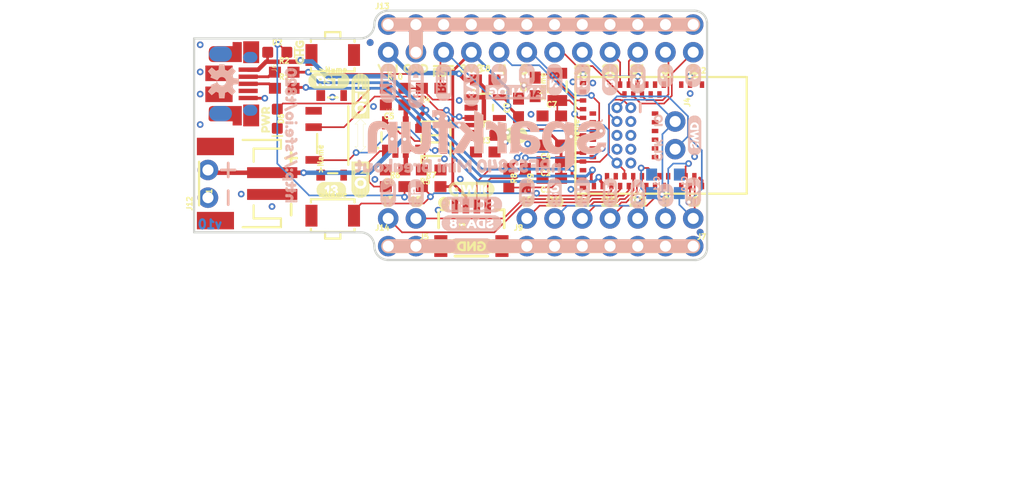
<source format=kicad_pcb>
(kicad_pcb (version 20211014) (generator pcbnew)
  (layers (0 "F.Cu" signal) (31 "B.Cu" signal) (34 "B.Paste" user) (35 "F.Paste" user) (36 "B.SilkS" user "B.Silkscreen") (37 "F.SilkS" user "F.Silkscreen") (38 "B.Mask" user) (39 "F.Mask" user) (44 "Edge.Cuts" user))
  (net 0 "")
  (net 1 "GND")
  (net 2 "D-_CON")
  (net 3 "D+_CON")
  (net 4 "V_USB")
  (net 5 "3.3V")
  (net 6 "N$10")
  (net 7 "SHIELD")
  (net 8 "D-")
  (net 9 "D+")
  (net 10 "SWDCLK")
  (net 11 "SWDIO")
  (net 12 "~{RESET}")
  (net 13 "XL1")
  (net 14 "XL2")
  (net 15 "N$7")
  (net 16 "P0.02/AIN0")
  (net 17 "P0.04/AIN2")
  (net 18 "P0.05/AIN3")
  (net 19 "P0.28/AIN4")
  (net 20 "P0.29/AIN5")
  (net 21 "P0.30/AIN6")
  (net 22 "P0.31/AIN7")
  (net 23 "P0.09/NFC1")
  (net 24 "P0.10/NFC2")
  (net 25 "P0.13")
  (net 26 "P0.15")
  (net 27 "P0.17")
  (net 28 "P0.19")
  (net 29 "P0.20")
  (net 30 "P0.21")
  (net 31 "P0.22")
  (net 32 "P0.23")
  (net 33 "P0.06")
  (net 34 "P0.08")
  (net 35 "P0.03/AIN1")
  (net 36 "V_BATT")
  (net 37 "N$1")
  (net 38 "N$3")
  (net 39 "N$4")
  (net 40 "VIN")
  (net 41 "P0.11")
  (net 42 "VREG_EN")
  (net 43 "P0.07")
  (footprint "nrf52840-breakout-mdbt50q:GND17" (layer "F.Cu") (at 143.4973 98.8568)
    (fp_text reference "U$7" hide)
    (fp_text value "" hide)
  )
  (footprint "nrf52840-breakout-mdbt50q:SOD-323" (layer "F.Cu") (at 146.7231 104.3686 180)
    (fp_text reference "D3")
    (fp_text value "1A/23V/620mV")
  )
  (footprint "nrf52840-breakout-mdbt50q:40" (layer "F.Cu") (at 151.8031 98.9584)
    (fp_text reference "U$40" hide)
    (fp_text value "" hide)
  )
  (footprint "nrf52840-breakout-mdbt50q:0603" (layer "F.Cu") (at 156.2481 100.5586 90)
    (fp_text reference "C3")
    (fp_text value "15pF")
  )
  (footprint "nrf52840-breakout-mdbt50q:27" (layer "F.Cu") (at 169.3291 98.9584)
    (fp_text reference "U$31" hide)
    (fp_text value "" hide)
  )
  (footprint "nrf52840-breakout-mdbt50q:LED-0603" (layer "F.Cu") (at 132.6261 103.4796 -90)
    (fp_text reference "D6")
    (fp_text value "RED")
  )
  (footprint "nrf52840-breakout-mdbt50q:1X02_NO_SILK" (layer "F.Cu") (at 126.2761 110.7186 90)
    (fp_text reference "J12")
    (fp_text value "")
  )
  (footprint "nrf52840-breakout-mdbt50q:0603" (layer "F.Cu") (at 154.7241 102.489 90)
    (fp_text reference "C9")
    (fp_text value "1.0uF")
  )
  (footprint "nrf52840-breakout-mdbt50q:CRYSTAL-SMD-3.2X1.5MM" (layer "F.Cu") (at 158.2801 100.5586 90)
    (fp_text reference "Y1" hide)
    (fp_text value "32.768kHz" hide)
  )
  (footprint "nrf52840-breakout-mdbt50q:203" (layer "F.Cu") (at 156.3751 111.0488)
    (fp_text reference "U$47" hide)
    (fp_text value "" hide)
  )
  (footprint "nrf52840-breakout-mdbt50q:130" (layer "F.Cu") (at 136.1567 110.0074)
    (fp_text reference "U$2" hide)
    (fp_text value "" hide)
  )
  (footprint "nrf52840-breakout-mdbt50q:TACTILE_SWITCH_SMD_RIGHT_ANGLE" (layer "F.Cu") (at 137.7061 112.3696)
    (fp_text reference "S3" hide)
    (fp_text value "BOOTLOAD" hide)
  )
  (footprint "nrf52840-breakout-mdbt50q:36" (layer "F.Cu") (at 166.7891 98.9584)
    (fp_text reference "U$32" hide)
    (fp_text value "" hide)
  )
  (footprint "nrf52840-breakout-mdbt50q:0603" (layer "F.Cu") (at 143.4211 109.7026)
    (fp_text reference "R6")
    (fp_text value "1k")
  )
  (footprint "nrf52840-breakout-mdbt50q:97" (layer "F.Cu") (at 166.9923 111.0488)
    (fp_text reference "U$41" hide)
    (fp_text value "" hide)
  )
  (footprint "nrf52840-breakout-mdbt50q:1X07_NO_SILK" (layer "F.Cu") (at 155.4861 115.1636)
    (fp_text reference "J9")
    (fp_text value "")
  )
  (footprint "nrf52840-breakout-mdbt50q:151" (layer "F.Cu") (at 143.7005 111.0488)
    (fp_text reference "U$49" hide)
    (fp_text value "" hide)
  )
  (footprint "nrf52840-breakout-mdbt50q:1X02_NO_SILK" (layer "F.Cu") (at 169.0751 103.7336 -90)
    (fp_text reference "J4")
    (fp_text value "")
  )
  (footprint "nrf52840-breakout-mdbt50q:1X12_NO_SILK" (layer "F.Cu") (at 170.7261 97.3836 180)
    (fp_text reference "J2")
    (fp_text value "")
  )
  (footprint "nrf52840-breakout-mdbt50q:RST19" (layer "F.Cu") (at 146.1643 99.2378)
    (fp_text reference "U$3" hide)
    (fp_text value "" hide)
  )
  (footprint "nrf52840-breakout-mdbt50q:MDBT50Q" (layer "F.Cu") (at 167.8813 105.0036 -90)
    (fp_text reference "U1" hide)
    (fp_text value "MDBT50Q" hide)
  )
  (footprint "nrf52840-breakout-mdbt50q:214" (layer "F.Cu") (at 159.0421 111.0488)
    (fp_text reference "U$46" hide)
    (fp_text value "" hide)
  )
  (footprint "nrf52840-breakout-mdbt50q:70" (layer "F.Cu") (at 153.3271 105.0036)
    (fp_text reference "U$28" hide)
    (fp_text value "" hide)
  )
  (footprint "nrf52840-breakout-mdbt50q:JST-2-SMD" (layer "F.Cu") (at 128.4605 109.4232 90)
    (fp_text reference "J1")
    (fp_text value "")
  )
  (footprint "nrf52840-breakout-mdbt50q:SWITCH_SPST_SMD_A" (layer "F.Cu") (at 137.7061 105.0036 -90)
    (fp_text reference "S2" hide)
    (fp_text value "" hide)
  )
  (footprint "nrf52840-breakout-mdbt50q:0603" (layer "F.Cu") (at 157.7721 103.2256)
    (fp_text reference "C7")
    (fp_text value "15pF")
  )
  (footprint "nrf52840-breakout-mdbt50q:0603" (layer "F.Cu") (at 133.2611 99.2124)
    (fp_text reference "R2")
    (fp_text value "27")
  )
  (footprint "nrf52840-breakout-mdbt50q:315" (layer "F.Cu") (at 164.0205 98.9584)
    (fp_text reference "U$34" hide)
    (fp_text value "" hide)
  )
  (footprint "nrf52840-breakout-mdbt50q:ON1" (layer "F.Cu") (at 140.2461 110.8456 90)
    (fp_text reference "U$4" hide)
    (fp_text value "" hide)
  )
  (footprint "nrf52840-breakout-mdbt50q:USB-MICROB-PTH-MILL" (layer "F.Cu") (at 129.9591 100.2792 -90)
    (fp_text reference "J6")
    (fp_text value "")
  )
  (footprint "nrf52840-breakout-mdbt50q:LED-0603" (layer "F.Cu") (at 132.6261 97.3836)
    (fp_text reference "D2")
    (fp_text value "Yellow")
  )
  (footprint "nrf52840-breakout-mdbt50q:SOD-323" (layer "F.Cu") (at 146.7231 106.2736 180)
    (fp_text reference "D4")
    (fp_text value "1A/23V/620mV")
  )
  (footprint "nrf52840-breakout-mdbt50q:OFF2" (layer "F.Cu") (at 140.2461 103.9876 90)
    (fp_text reference "U$58" hide)
    (fp_text value "" hide)
  )
  (footprint "nrf52840-breakout-mdbt50q:0603" (layer "F.Cu") (at 151.6761 106.5276)
    (fp_text reference "R3")
    (fp_text value "1k")
  )
  (footprint "nrf52840-breakout-mdbt50q:PWR27" (layer "F.Cu") (at 131.5593 105.4608 90)
    (fp_text reference "U$6" hide)
    (fp_text value "" hide)
  )
  (footprint "nrf52840-breakout-mdbt50q:0603" (layer "F.Cu") (at 146.7231 109.7026)
    (fp_text reference "R7")
    (fp_text value "10k")
  )
  (footprint "nrf52840-breakout-mdbt50q:236" (layer "F.Cu") (at 163.9951 111.0488)
    (fp_text reference "U$42" hide)
    (fp_text value "" hide)
  )
  (footprint "nrf52840-breakout-mdbt50q:SOT23-5" (layer "F.Cu") (at 143.4465 105.156)
    (fp_text reference "U2")
    (fp_text value "MCP73831")
  )
  (footprint "nrf52840-breakout-mdbt50q:0603" (layer "F.Cu") (at 143.4211 108.1786 180)
    (fp_text reference "C6")
    (fp_text value "4.7uF")
  )
  (footprint "nrf52840-breakout-mdbt50q:0603" (layer "F.Cu") (at 143.4211 102.2096 180)
    (fp_text reference "C5")
    (fp_text value "4.7uF")
  )
  (footprint "nrf52840-breakout-mdbt50q:TACTILE_SWITCH_SMD_RIGHT_ANGLE" (layer "F.Cu") (at 137.7061 97.6376 180)
    (fp_text reference "S1" hide)
    (fp_text value "RESET" hide)
  )
  (footprint "nrf52840-breakout-mdbt50q:0603" (layer "F.Cu") (at 146.7231 100.6856 180)
    (fp_text reference "R4")
    (fp_text value "10k")
  )
  (footprint "nrf52840-breakout-mdbt50q:0603" (layer "F.Cu") (at 153.8351 108.9406 -90)
    (fp_text reference "R8")
    (fp_text value "2.2k")
  )
  (footprint "nrf52840-breakout-mdbt50q:108" (layer "F.Cu") (at 169.2021 111.0488)
    (fp_text reference "U$38" hide)
    (fp_text value "" hide)
  )
  (footprint "nrf52840-breakout-mdbt50q:RST1" (layer "F.Cu") (at 135.3693 99.9998)
    (fp_text reference "U$51" hide)
    (fp_text value "" hide)
  )
  (footprint "nrf52840-breakout-mdbt50q:1X07_NO_SILK" (layer "F.Cu") (at 170.7261 112.6236 180)
    (fp_text reference "J7")
    (fp_text value "")
  )
  (footprint "nrf52840-breakout-mdbt50q:192" (layer "F.Cu") (at 154.0129 111.0488)
    (fp_text reference "U$48" hide)
    (fp_text value "" hide)
  )
  (footprint "nrf52840-breakout-mdbt50q:FIDUCIAL-MICRO" (layer "F.Cu") (at 171.3611 113.8936)
    (fp_text reference "FD2" hide)
    (fp_text value "FIDUCIALUFIDUCIAL" hide)
  )
  (footprint "nrf52840-breakout-mdbt50q:0603" (layer "F.Cu") (at 151.6761 99.9236)
    (fp_text reference "C8")
    (fp_text value "1.0uF")
  )
  (footprint "nrf52840-breakout-mdbt50q:0603" (layer "F.Cu") (at 157.7721 105.8926 180)
    (fp_text reference "C4")
    (fp_text value "10uF")
  )
  (footprint "nrf52840-breakout-mdbt50q:CREATIVE_COMMONS" (layer "F.Cu") (at 127.5461 138.0236)
    (fp_text reference "FRAME1" hide)
    (fp_text value "FRAME-LETTER" hide)
  )
  (footprint "nrf52840-breakout-mdbt50q:0603" (layer "F.Cu") (at 146.7231 108.1786 180)
    (fp_text reference "R5")
    (fp_text value "2.0k")
  )
  (footprint "nrf52840-breakout-mdbt50q:1X02_NO_SILK" (layer "F.Cu") (at 145.3261 112.6236 180)
    (fp_text reference "J5")
    (fp_text value "")
  )
  (footprint "nrf52840-breakout-mdbt50q:0603" (layer "F.Cu") (at 155.3591 108.9406 -90)
    (fp_text reference "R9")
    (fp_text value "2.2k")
  )
  (footprint "nrf52840-breakout-mdbt50q:QWIIC#LOGO#JPG" (layer "F.Cu") (at 150.4031 109.9336)
    (fp_text reference "U$8" hide)
    (fp_text value "" hide)
  )
  (footprint "nrf52840-breakout-mdbt50q:225" (layer "F.Cu") (at 161.4297 111.0488)
    (fp_text reference "U$44" hide)
    (fp_text value "" hide)
  )
  (footprint "nrf52840-breakout-mdbt50q:301" (layer "F.Cu") (at 161.4551 98.9584)
    (fp_text reference "U$36" hide)
    (fp_text value "" hide)
  )
  (footprint "nrf52840-breakout-mdbt50q:0603" (layer "F.Cu") (at 157.7721 107.4166 180)
    (fp_text reference "C2")
    (fp_text value "0.1uF")
  )
  (footprint "nrf52840-breakout-mdbt50q:LED-0603" (layer "F.Cu") (at 151.6761 105.0036)
    (fp_text reference "D1")
    (fp_text value "BLUE")
  )
  (footprint "nrf52840-breakout-mdbt50q:170" (layer "F.Cu") (at 141.3002 111.0488)
    (fp_text reference "U$50" hide)
    (fp_text value "" hide)
  )
  (footprint "nrf52840-breakout-mdbt50q:0603" (layer "F.Cu") (at 143.4211 100.6856)
    (fp_text reference "R10")
    (fp_text value "1k")
  )
  (footprint "nrf52840-breakout-mdbt50q:1X02_NO_SILK" (layer "F.Cu") (at 142.7861 115.1636)
    (fp_text reference "J14")
    (fp_text value "")
  )
  (footprint "nrf52840-breakout-mdbt50q:VIN19" (layer "F.Cu") (at 141.1097 98.8568)
    (fp_text reference "U$27" hide)
    (fp_text value "" hide)
  )
  (footprint "nrf52840-breakout-mdbt50q:CHG26" (layer "F.Cu") (at 134.6835 99.2124 90)
    (fp_text reference "U$5" hide)
    (fp_text value "" hide)
  )
  (footprint "nrf52840-breakout-mdbt50q:293" (layer "F.Cu") (at 158.9405 98.9584)
    (fp_text reference "U$37" hide)
    (fp_text value "" hide)
  )
  (footprint "nrf52840-breakout-mdbt50q:FIDUCIAL-MICRO" (layer "F.Cu") (at 141.1351 96.4946)
    (fp_text reference "FD1" hide)
    (fp_text value "FIDUCIALUFIDUCIAL" hide)
  )
  (footprint "nrf52840-breakout-mdbt50q:51" (layer "F.Cu") (at 153.8605 98.9584)
    (fp_text reference "U$39" hide)
    (fp_text value "" hide)
  )
  (footprint "nrf52840-breakout-mdbt50q:1X12_NO_SILK" (layer "F.Cu") (at 142.7861 94.8436)
    (fp_text reference "J13")
    (fp_text value "")
  )
  (footprint "nrf52840-breakout-mdbt50q:0603" (layer "F.Cu") (at 157.7721 108.9406 180)
    (fp_text reference "C1")
    (fp_text value "10uF")
  )
  (footprint "nrf52840-breakout-mdbt50q:3V316" (layer "F.Cu") (at 148.6535 98.8568)
    (fp_text reference "U$1" hide)
    (fp_text value "" hide)
  )
  (footprint "nrf52840-breakout-mdbt50q:1X04_1MM_RA" (layer "F.Cu") (at 150.4061 111.4806)
    (fp_text reference "J3")
    (fp_text value "")
  )
  (footprint "nrf52840-breakout-mdbt50q:0603" (layer "F.Cu") (at 133.2611 100.6856)
    (fp_text reference "R1")
    (fp_text value "27")
  )
  (footprint "nrf52840-breakout-mdbt50q:SOT23-5" (layer "F.Cu") (at 151.6761 102.4636 -90)
    (fp_text reference "U3")
    (fp_text value "3.3V")
  )
  (footprint "nrf52840-breakout-mdbt50q:1022" (layer "B.Cu") (at 170.7261 111.633 90)
    (fp_text reference "U$21" hide)
    (fp_text value "" hide)
  )
  (footprint "nrf52840-breakout-mdbt50q:SDA#83" (layer "B.Cu") (at 153.2509 113.0554 180)
    (fp_text reference "U$55" hide)
    (fp_text value "" hide)
  )
  (footprint "nrf52840-breakout-mdbt50q:2X5-PTH-1.27MM" (layer "B.Cu") (at 164.3761 105.0036 -90)
    (fp_text reference "J8")
    (fp_text value "CORTEX_DEBUG_PTH")
  )
  (footprint "nrf52840-breakout-mdbt50q:#RST6" (layer "B.Cu") (at 147.8661 102.0572 90)
    (fp_text reference "U$18" hide)
    (fp_text value "" hide)
  )
  (footprint "nrf52840-breakout-mdbt50q:GND7" (layer "B.Cu") (at 145.3261 102.743 90)
    (fp_text reference "U$19" hide)
    (fp_text value "" hide)
  )
  (footprint "nrf52840-breakout-mdbt50q:SWD0" (layer "B.Cu") (at 170.8531 106.9086 90)
    (fp_text reference "U$33" hide)
    (fp_text value "" hide)
  )
  (footprint "nrf52840-breakout-mdbt50q:1522" (layer "B.Cu") (at 145.3261 111.6838 90)
    (fp_text reference "U$26" hide)
    (fp_text value "" hide)
  )
  (footprint "nrf52840-breakout-mdbt50q:HTTP###SFE#IO#T8200" (layer "B.Cu") (at 133.8961 112.1156 90)
    (fp_text reference "U$17" hide)
    (fp_text value "" hide)
  )
  (footprint "nrf52840-breakout-mdbt50q:GND6" (layer "B.Cu") (at 152.5397 115.1636 180)
    (fp_text reference "U$30" hide)
    (fp_text value "" hide)
  )
  (footprint "nrf52840-breakout-mdbt50q:FIDUCIAL-MICRO" (layer "B.Cu") (at 141.1351 96.4946 180)
    (fp_text reference "FD4" hide)
    (fp_text value "FIDUCIALUFIDUCIAL" hide)
  )
  (footprint "nrf52840-breakout-mdbt50q:0603" (layer "B.Cu") (at 166.9161 109.4486 90)
    (fp_text reference "C11")
    (fp_text value "DNP")
  )
  (footprint "nrf52840-breakout-mdbt50q:NRF52840_MINI_BREAKOUT0" (layer "B.Cu") (at 159.6517 107.7976 180)
    (fp_text reference "U$29" hide)
    (fp_text value "" hide)
  )
  (footprint "nrf52840-breakout-mdbt50q:916" (layer "B.Cu") (at 168.1861 111.633 90)
    (fp_text reference "U$22" hide)
    (fp_text value "" hide)
  )
  (footprint "nrf52840-breakout-mdbt50q:31" (layer "B.Cu") (at 168.1861 100.6856 90)
    (fp_text reference "U$10" hide)
    (fp_text value "" hide)
  )
  (footprint "nrf52840-breakout-mdbt50q:OSHW-LOGO-S" (layer "B.Cu") (at 127.5461 100.0506 90)
    (fp_text reference "LOGO2" hide)
    (fp_text value "OSHW-LOGOS" hide)
  )
  (footprint "nrf52840-breakout-mdbt50q:200" (layer "B.Cu") (at 158.0261 111.6838 90)
    (fp_text reference "U$43" hide)
    (fp_text value "" hide)
  )
  (footprint "nrf52840-breakout-mdbt50q:2111" (layer "B.Cu") (at 160.5661 111.8108 90)
    (fp_text reference "U$23" hide)
    (fp_text value "" hide)
  )
  (footprint "nrf52840-breakout-mdbt50q:ANALOG2" (layer "B.Cu") (at 157.6959 101.0412 180)
    (fp_text reference "U$52" hide)
    (fp_text value "" hide)
  )
  (footprint "nrf52840-breakout-mdbt50q:VIN8" (layer "B.Cu") (at 142.7861 102.1334 90)
    (fp_text reference "U$20" hide)
    (fp_text value "" hide)
  )
  (footprint "nrf52840-breakout-mdbt50q:20" (layer "B.Cu") (at 170.7261 100.6856 90)
    (fp_text reference "U$9" hide)
    (fp_text value "" hide)
  )
  (footprint "nrf52840-breakout-mdbt50q:292" (layer "B.Cu") (at 160.5661 101.4222 90)
    (fp_text reference "U$11" hide)
    (fp_text value "" hide)
  )
  (footprint "nrf52840-breakout-mdbt50q:SFE_LOGO_NAME_.2" (layer "B.Cu") (at 162.7251 108.3056 180)
    (fp_text reference "LOGO1" hide)
    (fp_text value "SFE_LOGO_NAME.2_INCH" hide)
  )
  (footprint "nrf52840-breakout-mdbt50q:3V30" (layer "B.Cu") (at 150.4061 102.4382 90)
    (fp_text reference "U$13" hide)
    (fp_text value "" hide)
  )
  (footprint "nrf52840-breakout-mdbt50q:300" (layer "B.Cu") (at 163.1061 101.4476 90)
    (fp_text reference "U$35" hide)
    (fp_text value "" hide)
  )
  (footprint "nrf52840-breakout-mdbt50q:521" (layer "B.Cu") (at 155.4861 100.6094 90)
    (fp_text reference "U$15" hide)
    (fp_text value "" hide)
  )
  (footprint "nrf52840-breakout-mdbt50q:IO2" (layer "B.Cu") (at 167.5511 104.8766 90)
    (fp_text reference "U$56" hide)
    (fp_text value "" hide)
  )
  (footprint "nrf52840-breakout-mdbt50q:0603" (layer "B.Cu") (at 169.4561 109.4486 90)
    (fp_text reference "C10")
    (fp_text value "DNP")
  )
  (footprint "nrf52840-breakout-mdbt50q:421" (layer "B.Cu") (at 152.9461 100.6856 90)
    (fp_text reference "U$16" hide)
    (fp_text value "" hide)
  )
  (footprint "nrf52840-breakout-mdbt50q:1912" (layer "B.Cu") (at 155.4861 111.633 90)
    (fp_text reference "U$24" hide)
    (fp_text value "" hide)
  )
  (footprint "nrf52840-breakout-mdbt50q:CLK1" (layer "B.Cu") (at 167.5511 108.0516 90)
    (fp_text reference "U$57" hide)
    (fp_text value "" hide)
  )
  (footprint "nrf52840-breakout-mdbt50q:232" (layer "B.Cu") (at 165.6461 111.8108 90)
    (fp_text reference "U$53" hide)
    (fp_text value "" hide)
  )
  (footprint "nrf52840-breakout-mdbt50q:FIDUCIAL-MICRO" (layer "B.Cu") (at 171.3611 113.8936 180)
    (fp_text reference "FD3" hide)
    (fp_text value "FIDUCIALUFIDUCIAL" hide)
  )
  (footprint "nrf52840-breakout-mdbt50q:1713" (layer "B.Cu") (at 142.7861 111.633 90)
    (fp_text reference "U$25" hide)
    (fp_text value "" hide)
  )
  (footprint "nrf52840-breakout-mdbt50q:SCL#114" (layer "B.Cu") (at 153.3271 111.3536 180)
    (fp_text reference "U$54" hide)
    (fp_text value "" hide)
  )
  (footprint "nrf52840-breakout-mdbt50q:285" (layer "B.Cu") (at 158.0261 101.4222 90)
    (fp_text reference "U$14" hide)
    (fp_text value "" hide)
  )
  (footprint "nrf52840-breakout-mdbt50q:221" (layer "B.Cu") (at 163.1061 111.8108 90)
    (fp_text reference "U$45" hide)
    (fp_text value "" hide)
  )
  (footprint "nrf52840-breakout-mdbt50q:313" (layer "B.Cu") (at 165.6461 101.219 90)
    (fp_text reference "U$12" hide)
    (fp_text value "" hide)
  )
  (gr_line (start 128.1303 107.5436) (end 128.1303 108.8136) (layer "B.SilkS") (width 0.254))
  (gr_line (start 128.1303 110.0836) (end 128.1303 111.3536) (layer "B.SilkS") (width 0.254))
  (gr_line (start 152.4381 115.1636) (end 170.7261 115.1636) (layer "B.SilkS") (width 1.27))
  (gr_line (start 145.3261 97.3836) (end 145.3261 94.8436) (layer "B.SilkS") (width 1.27))
  (gr_line (start 142.7861 115.1636) (end 148.3741 115.1636) (layer "B.SilkS") (width 1.27))
  (gr_line (start 145.3261 94.8436) (end 170.7261 94.8436) (layer "B.SilkS") (width 1.27))
  (gr_line (start 127.4953 108.1786) (end 128.7653 108.1786) (layer "B.SilkS") (width 0.254))
  (gr_line (start 142.7861 94.8436) (end 145.3261 94.8436) (layer "B.SilkS") (width 1.27))
  (gr_line (start 134.4041 107.0864) (end 133.3881 107.0864) (layer "F.SilkS") (width 0.254))
  (gr_line (start 139.7381 106.0196) (end 139.9921 106.0196) (layer "F.SilkS") (width 0.0254))
  (gr_line (start 145.3261 97.3836) (end 145.3261 94.8436) (layer "F.SilkS") (width 1.27))
  (gr_line (start 139.9921 106.0196) (end 139.9921 103.9876) (layer "F.SilkS") (width 0.0254))
  (gr_line (start 139.7381 103.9876) (end 140.2461 103.4796) (layer "F.SilkS") (width 0.0254))
  (gr_line (start 133.8961 111.3028) (end 133.8961 112.3188) (layer "F.SilkS") (width 0.254))
  (gr_line (start 140.7541 103.9876) (end 140.5001 103.9876) (layer "F.SilkS") (width 0.0254))
  (gr_line (start 140.7541 106.0196) (end 140.2461 106.5276) (layer "F.SilkS") (width 0.0254))
  (gr_line (start 140.5001 106.0196) (end 140.7541 106.0196) (layer "F.SilkS") (width 0.0254))
  (gr_line (start 142.7861 94.8436) (end 145.3261 94.8436) (layer "F.SilkS") (width 1.27))
  (gr_line (start 133.8961 106.5784) (end 133.8961 107.5944) (layer "F.SilkS") (width 0.254))
  (gr_line (start 140.2461 103.4796) (end 140.7541 103.9876) (layer "F.SilkS") (width 0.0254))
  (gr_line (start 146.9771 98.6536) (end 148.7551 98.6536) (layer "F.SilkS") (width 0.2032))
  (gr_line (start 142.7861 115.1636) (end 170.7261 115.1636) (layer "F.SilkS") (width 1.27))
  (gr_line (start 145.3261 94.8436) (end 170.7261 94.8436) (layer "F.SilkS") (width 1.27))
  (gr_line (start 140.5001 103.9876) (end 140.5001 106.0196) (layer "F.SilkS") (width 0.0254))
  (gr_line (start 140.2461 106.5276) (end 139.7381 106.0196) (layer "F.SilkS") (width 0.0254))
  (gr_line (start 139.9921 103.9876) (end 139.7381 103.9876) (layer "F.SilkS") (width 0.0254))
  (gr_arc (start 170.832491 93.5736) (mid 171.655286 93.914412) (end 171.9961 94.737207) (layer "Edge.Cuts") (width 0.2032))
  (gr_arc (start 141.5161 94.8436) (mid 141.144126 95.741626) (end 140.2461 96.1136) (layer "Edge.Cuts") (width 0.2032))
  (gr_line (start 125.0061 96.1136) (end 125.0061 113.8936) (layer "Edge.Cuts") (width 0.2032))
  (gr_arc (start 141.5161 94.8436) (mid 141.888074 93.945574) (end 142.7861 93.5736) (layer "Edge.Cuts") (width 0.2032))
  (gr_line (start 171.9961 115.358679) (end 171.9961 94.737207) (layer "Edge.Cuts") (width 0.2032))
  (gr_arc (start 140.2461 113.8936) (mid 141.144126 114.265574) (end 141.5161 115.1636) (layer "Edge.Cuts") (width 0.2032))
  (gr_line (start 125.0061 113.8936) (end 140.2461 113.8936) (layer "Edge.Cuts") (width 0.2032))
  (gr_line (start 142.7861 116.4336) (end 170.921178 116.4336) (layer "Edge.Cuts") (width 0.2032))
  (gr_arc (start 142.7861 116.4336) (mid 141.888074 116.061626) (end 141.5161 115.1636) (layer "Edge.Cuts") (width 0.2032))
  (gr_line (start 140.2461 96.1136) (end 125.0061 96.1136) (layer "Edge.Cuts") (width 0.2032))
  (gr_line (start 170.832493 93.5736) (end 142.7861 93.5736) (layer "Edge.Cuts") (width 0.2032))
  (gr_arc (start 171.996099 115.358679) (mid 171.681262 116.118763) (end 170.921178 116.4336) (layer "Edge.Cuts") (width 0.2032))
  (gr_text "v10" (at 127.6731 113.6396) (layer "B.Cu") (effects (font (size 0.8128 0.8128) (thickness 0.2032)) (justify left bottom mirror)))
  (segment (start 171.5313 109.6536) (end 171.5313 109.1362) (width 0.254) (layer "F.Cu") (net 1))
  (segment (start 131.4831 101.6) (end 129.9799 101.6) (width 0.254) (layer "F.Cu") (net 1))
  (segment (start 129.9799 101.6) (end 129.9591 101.5792) (width 0.254) (layer "F.Cu") (net 1))
  (segment (start 171.5313 109.1362) (end 171.3107 108.9156) (width 0.254) (layer "F.Cu") (net 1))
  (via (at 159.7025 100.1014) (size 0.6096) (drill 0.3048) (layers "F.Cu" "B.Cu") (net 1))
  (via (at 159.5247 109.9566) (size 0.6096) (drill 0.3048) (layers "F.Cu" "B.Cu") (net 1))
  (via (at 149.3901 109.0168) (size 0.6096) (drill 0.3048) (layers "F.Cu" "B.Cu") (net 1))
  (via (at 131.4831 101.6) (size 0.6096) (drill 0.3048) (layers "F.Cu" "B.Cu") (net 1))
  (via (at 147.9423 107.1626) (size 0.6096) (drill 0.3048) (layers "F.Cu" "B.Cu") (net 1))
  (via (at 141.5669 109.0422) (size 0.6096) (drill 0.3048) (layers "F.Cu" "B.Cu") (net 1))
  (via (at 129.3241 110.3884) (size 0.6096) (drill 0.3048) (layers "F.Cu" "B.Cu") (net 1))
  (via (at 132.1435 111.5314) (size 0.6096) (drill 0.3048) (layers "F.Cu" "B.Cu") (net 1))
  (via (at 155.8671 103.0732) (size 0.6096) (drill 0.3048) (layers "F.Cu" "B.Cu") (net 1))
  (via (at 137.6807 101.4984) (size 0.6096) (drill 0.3048) (layers "F.Cu" "B.Cu") (net 1))
  (via (at 147.3581 103.2764) (size 0.6096) (drill 0.3048) (layers "F.Cu" "B.Cu") (net 1))
  (via (at 141.4399 102.362) (size 0.6096) (drill 0.3048) (layers "F.Cu" "B.Cu") (net 1))
  (via (at 170.4213 99.568) (size 0.6096) (drill 0.3048) (layers "F.Cu" "B.Cu") (net 1))
  (via (at 170.4467 101.1682) (size 0.6096) (drill 0.3048) (layers "F.Cu" "B.Cu") (net 1))
  (via (at 160.6423 99.3902) (size 0.6096) (drill 0.3048) (layers "F.Cu" "B.Cu") (net 1))
  (via (at 147.3581 111.8616) (size 0.6096) (drill 0.3048) (layers "F.Cu" "B.Cu") (net 1))
  (via (at 170.8531 106.9594) (size 0.6096) (drill 0.3048) (layers "F.Cu" "B.Cu") (net 1))
  (via (at 155.2321 100.4062) (size 0.6096) (drill 0.3048) (layers "F.Cu" "B.Cu") (net 1))
  (via (at 143.1417 105.3338) (size 0.6096) (drill 0.3048) (layers "F.Cu" "B.Cu") (net 1))
  (via (at 161.5313 100.203) (size 0.6096) (drill 0.3048) (layers "F.Cu" "B.Cu") (net 1))
  (via (at 153.7081 104.7496) (size 0.6096) (drill 0.3048) (layers "F.Cu" "B.Cu") (net 1))
  (via (at 155.5623 105.791) (size 0.6096) (drill 0.3048) (layers "F.Cu" "B.Cu") (net 1))
  (via (at 149.2885 101.8032) (size 0.6096) (drill 0.3048) (layers "F.Cu" "B.Cu") (net 1))
  (segment (start 131.8165 99.6292) (end 132.2333 99.2124) (width 0.254) (layer "F.Cu") (net 2))
  (segment (start 132.2333 99.2124) (end 132.4111 99.2124) (width 0.254) (layer "F.Cu") (net 2))
  (segment (start 129.9591 99.6292) (end 131.8165 99.6292) (width 0.254) (layer "F.Cu") (net 2))
  (segment (start 129.9591 100.2792) (end 131.8777 100.2792) (width 0.254) (layer "F.Cu") (net 3))
  (segment (start 132.2841 100.6856) (end 132.4111 100.6856) (width 0.254) (layer "F.Cu") (net 3))
  (segment (start 131.8777 100.2792) (end 132.2841 100.6856) (width 0.254) (layer "F.Cu") (net 3))
  (segment (start 131.7799 98.2552) (end 134.6219 98.2552) (width 0.4064) (layer "F.Cu") (net 4))
  (segment (start 144.3965 103.8559) (end 144.3965 102.335) (width 0.4064) (layer "F.Cu") (net 4))
  (segment (start 131.7491 97.3836) (end 131.7371 97.3956) (width 0.254) (layer "F.Cu") (net 4))
  (segment (start 145.7579 102.2096) (end 146.2405 102.6922) (width 0.4064) (layer "F.Cu") (net 4))
  (segment (start 159.6293 108.0516) (end 159.6293 108.588) (width 0.254) (layer "F.Cu") (net 4))
  (segment (start 131.6021 98.2552) (end 131.6529 98.2552) (width 0.4064) (layer "F.Cu") (net 4))
  (segment (start 130.8781 98.9792) (end 131.6021 98.2552) (width 0.4064) (layer "F.Cu") (net 4))
  (segment (start 131.6529 98.2552) (end 131.7799 98.2552) (width 0.1524) (layer "F.Cu") (net 4))
  (segment (start 144.3965 102.335) (end 144.2711 102.2096) (width 0.254) (layer "F.Cu") (net 4))
  (segment (start 131.6529 98.2552) (end 131.7371 98.2552) (width 0.4064) (layer "F.Cu") (net 4))
  (segment (start 144.2711 102.2096) (end 145.7579 102.2096) (width 0.4064) (layer "F.Cu") (net 4))
  (segment (start 159.6293 108.588) (end 160.0449 109.0036) (width 0.254) (layer "F.Cu") (net 4))
  (segment (start 134.6219 98.2552) (end 134.7489 98.1282) (width 0.4064) (layer "F.Cu") (net 4))
  (segment (start 160.0449 109.0036) (end 160.6313 109.0036) (width 0.254) (layer "F.Cu") (net 4))
  (segment (start 129.9591 98.9792) (end 130.8781 98.9792) (width 0.4064) (layer "F.Cu") (net 4))
  (segment (start 145.5731 103.3596) (end 145.5731 104.3686) (width 0.4064) (layer "F.Cu") (net 4))
  (segment (start 146.2405 102.6922) (end 145.5731 103.3596) (width 0.4064) (layer "F.Cu") (net 4))
  (segment (start 131.7371 97.3956) (end 131.7371 98.2552) (width 0.254) (layer "F.Cu") (net 4))
  (via (at 146.2405 102.6922) (size 0.6096) (drill 0.3048) (layers "F.Cu" "B.Cu") (net 4))
  (via (at 159.6293 108.0516) (size 0.6096) (drill 0.3048) (layers "F.Cu" "B.Cu") (net 4))
  (via (at 134.7489 98.1282) (size 0.6096) (drill 0.3048) (layers "F.Cu" "B.Cu") (net 4))
  (segment (start 159.5785 108.1024) (end 151.349825 108.1024) (width 0.254) (layer "B.Cu") (net 4))
  (segment (start 146.043775 102.6922) (end 142.944975 99.5934) (width 0.4064) (layer "B.Cu") (net 4))
  (segment (start 135.814487 98.2218) (end 134.8425 98.2218) (width 0.4064) (layer "B.Cu") (net 4))
  (segment (start 142.944975 99.5934) (end 137.186087 99.5934) (width 0.4064) (layer "B.Cu") (net 4))
  (segment (start 134.8425 98.2218) (end 134.7489 98.1282) (width 0.4064) (layer "B.Cu") (net 4))
  (segment (start 159.6293 108.0516) (end 159.5785 108.1024) (width 0.254) (layer "B.Cu") (net 4))
  (segment (start 146.2405 102.993075) (end 146.2405 102.6922) (width 0.254) (layer "B.Cu") (net 4))
  (segment (start 137.186087 99.5934) (end 135.814487 98.2218) (width 0.4064) (layer "B.Cu") (net 4))
  (segment (start 151.349825 108.1024) (end 146.2405 102.993075) (width 0.254) (layer "B.Cu") (net 4))
  (segment (start 146.2405 102.6922) (end 146.043775 102.6922) (width 0.4064) (layer "B.Cu") (net 4))
  (segment (start 145.8731 100.6856) (end 144.2711 100.6856) (width 0.1524) (layer "F.Cu") (net 5))
  (segment (start 148.7043 101.727) (end 148.7043 109.3978) (width 0.254) (layer "F.Cu") (net 5))
  (segment (start 145.8731 100.7364) (end 145.8731 100.6856) (width 0.1524) (layer "F.Cu") (net 5))
  (segment (start 148.7043 99.0854) (end 148.7043 101.727) (width 0.254) (layer "F.Cu") (net 5))
  (segment (start 158.6221 105.8926) (end 158.6221 107.4166) (width 0.254) (layer "F.Cu") (net 5))
  (segment (start 164.0901 101.7822) (end 164.0429 101.735) (width 0.1524) (layer "F.Cu") (net 5))
  (segment (start 163.0125 106.599688) (end 162.179987 107.4322) (width 0.1524) (layer "F.Cu") (net 5))
  (segment (start 162.179987 107.4322) (end 160.6599 107.4322) (width 0.1524) (layer "F.Cu") (net 5))
  (segment (start 148.7043 109.3978) (end 149.9061 110.5996) (width 0.254) (layer "F.Cu") (net 5))
  (segment (start 148.3995 109.7026) (end 148.7043 109.3978) (width 0.254) (layer "F.Cu") (net 5))
  (segment (start 158.6221 105.8536) (end 158.6221 105.8926) (width 0.254) (layer "F.Cu") (net 5))
  (segment (start 154.7241 103.339) (end 155.8807 104.4956) (width 0.254) (layer "F.Cu") (net 5))
  (segment (start 163.4393 101.735) (end 163.0125 102.1618) (width 0.1524) (layer "F.Cu") (net 5))
  (segment (start 159.6009 107.4036) (end 158.6351 107.4036) (width 0.254) (layer "F.Cu") (net 5))
  (segment (start 153.3169 101.5136) (end 153.7589 101.9556) (width 0.254) (layer "F.Cu") (net 5))
  (segment (start 159.9821 106.6036) (end 159.6009 106.9848) (width 0.254) (layer "F.Cu") (net 5))
  (segment (start 159.6009 106.9848) (end 159.6009 107.4036) (width 0.254) (layer "F.Cu") (net 5))
  (segment (start 148.7043 99.0854) (end 150.4061 97.3836) (width 0.254) (layer "F.Cu") (net 5))
  (segment (start 163.0125 102.1618) (end 163.0125 106.599688) (width 0.1524) (layer "F.Cu") (net 5))
  (segment (start 152.9762 101.5136) (end 153.3169 101.5136) (width 0.254) (layer "F.Cu") (net 5))
  (segment (start 149.9061 110.5996) (end 149.9061 111.4806) (width 0.254) (layer "F.Cu") (net 5))
  (segment (start 153.7589 101.9556) (end 153.7589 102.3112) (width 0.254) (layer "F.Cu") (net 5))
  (segment (start 153.8351 109.7906) (end 155.3591 109.7906) (width 0.1524) (layer "F.Cu") (net 5))
  (segment (start 158.6221 108.9406) (end 157.7839 109.7788) (width 0.1524) (layer "F.Cu") (net 5))
  (segment (start 147.5731 109.7026) (end 148.3995 109.7026) (width 0.254) (layer "F.Cu") (net 5))
  (segment (start 157.2641 104.4956) (end 158.6221 105.8536) (width 0.254) (layer "F.Cu") (net 5))
  (segment (start 158.6221 108.9406) (end 158.6221 107.4166) (width 0.254) (layer "F.Cu") (net 5))
  (segment (start 165.0111 102.4636) (end 164.3297 101.7822) (width 0.1524) (layer "F.Cu") (net 5))
  (segment (start 155.3709 109.7788) (end 155.3591 109.7906) (width 0.1524) (layer "F.Cu") (net 5))
  (segment (start 154.7241 103.2764) (end 154.7241 103.339) (width 0.254) (layer "F.Cu") (net 5))
  (segment (start 148.7043 101.727) (end 146.8637 101.727) (width 0.1524) (layer "F.Cu") (net 5))
  (segment (start 146.8637 101.727) (end 145.8731 100.7364) (width 0.1524) (layer "F.Cu") (net 5))
  (segment (start 155.8807 104.4956) (end 157.2641 104.4956) (width 0.254) (layer "F.Cu") (net 5))
  (segment (start 160.6313 106.6036) (end 159.9821 106.6036) (width 0.254) (layer "F.Cu") (net 5))
  (segment (start 160.6599 107.4322) (end 160.6313 107.4036) (width 0.1524) (layer "F.Cu") (net 5))
  (segment (start 158.6351 107.4036) (end 158.6221 107.4166) (width 0.254) (layer "F.Cu") (net 5))
  (segment (start 153.7589 102.3112) (end 154.7241 103.2764) (width 0.254) (layer "F.Cu") (net 5))
  (segment (start 164.0429 101.735) (end 163.4393 101.735) (width 0.1524) (layer "F.Cu") (net 5))
  (segment (start 164.3297 101.7822) (end 164.0901 101.7822) (width 0.1524) (layer "F.Cu") (net 5))
  (segment (start 157.7839 109.7788) (end 155.3709 109.7788) (width 0.1524) (layer "F.Cu") (net 5))
  (segment (start 160.6313 107.4036) (end 159.6009 107.4036) (width 0.254) (layer "F.Cu") (net 5))
  (via (at 153.7589 102.3112) (size 0.6096) (drill 0.3048) (layers "F.Cu" "B.Cu") (net 5))
  (segment (start 150.4061 97.3836) (end 153.7589 100.7364) (width 0.254) (layer "B.Cu") (net 5))
  (segment (start 153.7589 100.7364) (end 153.7589 102.3112) (width 0.254) (layer "B.Cu") (net 5))
  (segment (start 132.6261 102.6026) (end 133.1465 102.0822) (width 0.1524) (layer "F.Cu") (net 6))
  (segment (start 141.183187 100.6856) (end 142.5711 100.6856) (width 0.1524) (layer "F.Cu") (net 6))
  (segment (start 133.1465 102.0822) (end 139.786587 102.0822) (width 0.1524) (layer "F.Cu") (net 6))
  (segment (start 139.786587 102.0822) (end 141.183187 100.6856) (width 0.1524) (layer "F.Cu") (net 6))
  (via (at 125.5649 96.6978) (size 0.6096) (drill 0.3048) (layers "F.Cu" "B.Cu") (net 7))
  (via (at 125.5649 99.187) (size 0.6096) (drill 0.3048) (layers "F.Cu" "B.Cu") (net 7))
  (via (at 125.5649 101.219) (size 0.6096) (drill 0.3048) (layers "F.Cu" "B.Cu") (net 7))
  (via (at 125.5649 104.013) (size 0.6096) (drill 0.3048) (layers "F.Cu" "B.Cu") (net 7))
  (segment (start 161.6313 109.367669) (end 161.3867 109.123069) (width 0.254) (layer "F.Cu") (net 8))
  (segment (start 161.5059 108.435732) (end 161.3867 108.554932) (width 0.254) (layer "F.Cu") (net 8))
  (segment (start 161.5059 108.181632) (end 161.5059 108.435732) (width 0.254) (layer "F.Cu") (net 8))
  (segment (start 134.1111 99.2124) (end 135.4709 99.2124) (width 0.254) (layer "F.Cu") (net 8))
  (segment (start 161.502868 108.1786) (end 161.5059 108.181632) (width 0.254) (layer "F.Cu") (net 8))
  (segment (start 161.3867 109.123069) (end 161.3867 108.554932) (width 0.254) (layer "F.Cu") (net 8))
  (segment (start 161.6313 109.6536) (end 161.6313 109.367669) (width 0.254) (layer "F.Cu") (net 8))
  (via (at 135.4709 99.2124) (size 0.6096) (drill 0.3048) (layers "F.Cu" "B.Cu") (net 8))
  (via (at 161.502868 108.1786) (size 0.6096) (drill 0.3048) (layers "F.Cu" "B.Cu") (net 8))
  (segment (start 151.260237 108.7374) (end 142.700437 100.1776) (width 0.254) (layer "B.Cu") (net 8))
  (segment (start 135.4709 99.2124) (end 136.4361 100.1776) (width 0.254) (layer "B.Cu") (net 8))
  (segment (start 151.260237 108.7374) (end 160.944068 108.7374) (width 0.254) (layer "B.Cu") (net 8))
  (segment (start 160.944068 108.7374) (end 161.502868 108.1786) (width 0.254) (layer "B.Cu") (net 8))
  (segment (start 136.4361 100.1776) (end 142.700437 100.1776) (width 0.254) (layer "B.Cu") (net 8))
  (segment (start 162.4313 109.6536) (end 162.4313 109.392413) (width 0.254) (layer "F.Cu") (net 9))
  (segment (start 162.2503 109.0168) (end 162.0725 108.839) (width 0.254) (layer "F.Cu") (net 9))
  (segment (start 162.4313 109.392413) (end 162.2503 109.211413) (width 0.254) (layer "F.Cu") (net 9))
  (segment (start 134.1873 100.6094) (end 135.2423 100.6094) (width 0.254) (layer "F.Cu") (net 9))
  (segment (start 134.1111 100.6856) (end 134.1873 100.6094) (width 0.254) (layer "F.Cu") (net 9))
  (segment (start 162.2503 109.211413) (end 162.2503 109.0168) (width 0.254) (layer "F.Cu") (net 9))
  (via (at 162.0725 108.839) (size 0.6096) (drill 0.3048) (layers "F.Cu" "B.Cu") (net 9))
  (via (at 135.2423 100.6094) (size 0.6096) (drill 0.3048) (layers "F.Cu" "B.Cu") (net 9))
  (segment (start 142.4813 100.6856) (end 135.302562 100.6856) (width 0.254) (layer "B.Cu") (net 9))
  (segment (start 151.0411 109.2454) (end 142.4813 100.6856) (width 0.254) (layer "B.Cu") (net 9))
  (segment (start 135.302562 100.6856) (end 135.2423 100.625338) (width 0.254) (layer "B.Cu") (net 9))
  (segment (start 161.6661 109.2454) (end 151.0411 109.2454) (width 0.254) (layer "B.Cu") (net 9))
  (segment (start 135.2423 100.625338) (end 135.2423 100.6094) (width 0.254) (layer "B.Cu") (net 9))
  (segment (start 161.6661 109.2454) (end 162.0725 108.839) (width 0.254) (layer "B.Cu") (net 9))
  (segment (start 170.4313 111.019982) (end 170.3265 111.124782) (width 0.1524) (layer "F.Cu") (net 10))
  (segment (start 170.4313 109.6536) (end 170.4313 111.019982) (width 0.1524) (layer "F.Cu") (net 10))
  (via (at 170.3265 111.124782) (size 0.6096) (drill 0.3048) (layers "F.Cu" "B.Cu") (net 10))
  (segment (start 163.0125 102.1618) (end 163.7441 101.4302) (width 0.1524) (layer "B.Cu") (net 10))
  (segment (start 171.5135 109.937782) (end 171.5135 106.3752) (width 0.1524) (layer "B.Cu") (net 10))
  (segment (start 170.2435 103.249632) (end 170.2435 105.1052) (width 0.1524) (layer "B.Cu") (net 10))
  (segment (start 170.2435 105.1052) (end 169.0751 106.2736) (width 0.1524) (layer "B.Cu") (net 10))
  (segment (start 171.5135 106.3752) (end 170.2435 105.1052) (width 0.1524) (layer "B.Cu") (net 10))
  (segment (start 163.0125 103.005) (end 163.0125 102.1618) (width 0.1524) (layer "B.Cu") (net 10))
  (segment (start 170.3265 111.124782) (end 171.5135 109.937782) (width 0.1524) (layer "B.Cu") (net 10))
  (segment (start 163.7411 103.7336) (end 163.0125 103.005) (width 0.1524) (layer "B.Cu") (net 10))
  (segment (start 163.7441 101.4302) (end 168.424068 101.4302) (width 0.1524) (layer "B.Cu") (net 10))
  (segment (start 168.424068 101.4302) (end 170.2435 103.249632) (width 0.1524) (layer "B.Cu") (net 10))
  (segment (start 169.6313 109.6536) (end 169.6313 110.2894) (width 0.1524) (layer "F.Cu") (net 11))
  (segment (start 169.5099 110.4108) (end 167.8813 110.4108) (width 0.1524) (layer "F.Cu") (net 11))
  (segment (start 169.6313 110.2894) (end 169.5099 110.4108) (width 0.1524) (layer "F.Cu") (net 11))
  (via (at 167.8813 110.4108) (size 0.6096) (drill 0.3048) (layers "F.Cu" "B.Cu") (net 11))
  (segment (start 167.9067 110.3854) (end 167.8813 110.4108) (width 0.1524) (layer "B.Cu") (net 11))
  (segment (start 163.7411 102.4636) (end 164.4697 101.735) (width 0.1524) (layer "B.Cu") (net 11))
  (segment (start 167.0765 101.735) (end 169.0751 103.7336) (width 0.1524) (layer "B.Cu") (net 11))
  (segment (start 164.4697 101.735) (end 167.0765 101.735) (width 0.1524) (layer "B.Cu") (net 11))
  (segment (start 167.9067 104.902) (end 167.9067 110.3854) (width 0.1524) (layer "B.Cu") (net 11))
  (segment (start 169.0751 103.7336) (end 167.9067 104.902) (width 0.1524) (layer "B.Cu") (net 11))
  (segment (start 147.5731 100.6856) (end 147.5731 99.3902) (width 0.1524) (layer "F.Cu") (net 12))
  (segment (start 137.1141 99.3766) (end 147.5595 99.3766) (width 0.1524) (layer "F.Cu") (net 12))
  (segment (start 147.5595 99.3766) (end 147.5731 99.3902) (width 0.1524) (layer "F.Cu") (net 12))
  (segment (start 164.4313 108.2338) (end 163.7411 107.5436) (width 0.1524) (layer "F.Cu") (net 12))
  (segment (start 147.5731 97.6766) (end 147.8661 97.3836) (width 0.1524) (layer "F.Cu") (net 12))
  (segment (start 135.7561 97.6376) (end 135.7561 98.0186) (width 0.1524) (layer "F.Cu") (net 12))
  (segment (start 164.4313 108.7536) (end 164.4313 108.2338) (width 0.1524) (layer "F.Cu") (net 12))
  (segment (start 135.7561 98.0186) (end 137.1141 99.3766) (width 0.1524) (layer "F.Cu") (net 12))
  (segment (start 147.5731 99.3902) (end 147.5731 97.6766) (width 0.1524) (layer "F.Cu") (net 12))
  (segment (start 162.9537 106.7562) (end 163.7411 107.5436) (width 0.1524) (layer "B.Cu") (net 12))
  (segment (start 148.076956 97.3836) (end 147.8661 97.3836) (width 0.1524) (layer "B.Cu") (net 12))
  (segment (start 162.9537 104.503257) (end 162.514243 104.0638) (width 0.1524) (layer "B.Cu") (net 12))
  (segment (start 162.514243 104.0638) (end 154.757156 104.0638) (width 0.1524) (layer "B.Cu") (net 12))
  (segment (start 162.9537 104.503257) (end 162.9537 106.7562) (width 0.1524) (layer "B.Cu") (net 12))
  (segment (start 148.076956 97.3836) (end 154.757156 104.0638) (width 0.1524) (layer "B.Cu") (net 12))
  (segment (start 160.0331 101.8036) (end 158.2801 100.0506) (width 0.1524) (layer "F.Cu") (net 13))
  (segment (start 158.2801 100.0506) (end 158.2801 99.4156) (width 0.1524) (layer "F.Cu") (net 13))
  (segment (start 156.5411 99.4156) (end 158.2801 99.4156) (width 0.1524) (layer "F.Cu") (net 13))
  (segment (start 158.2801 99.4156) (end 158.2801 99.3086) (width 0.1524) (layer "F.Cu") (net 13))
  (segment (start 156.2481 99.7086) (end 156.5411 99.4156) (width 0.1524) (layer "F.Cu") (net 13))
  (segment (start 160.6313 101.8036) (end 160.0331 101.8036) (width 0.1524) (layer "F.Cu") (net 13))
  (segment (start 158.6221 103.2256) (end 158.2801 102.8836) (width 0.1524) (layer "F.Cu") (net 14))
  (segment (start 158.2747 101.8032) (end 158.2801 101.8086) (width 0.1524) (layer "F.Cu") (net 14))
  (segment (start 160.6313 102.6036) (end 160.1981 102.6036) (width 0.1524) (layer "F.Cu") (net 14))
  (segment (start 160.1981 102.6036) (end 159.3977 101.8032) (width 0.1524) (layer "F.Cu") (net 14))
  (segment (start 158.2547 101.8032) (end 158.2747 101.8032) (width 0.1524) (layer "F.Cu") (net 14))
  (segment (start 158.2801 102.8836) (end 158.2801 101.8086) (width 0.1524) (layer "F.Cu") (net 14))
  (segment (start 159.3977 101.8032) (end 158.2747 101.8032) (width 0.1524) (layer "F.Cu") (net 14))
  (segment (start 150.8261 105.0306) (end 150.7991 105.0036) (width 0.1524) (layer "F.Cu") (net 15))
  (segment (start 150.8261 106.5276) (end 150.8261 105.0306) (width 0.1524) (layer "F.Cu") (net 15))
  (segment (start 165.9299 102.087) (end 168.052243 102.087) (width 0.1524) (layer "F.Cu") (net 16))
  (segment (start 165.2313 101.3884) (end 165.9299 102.087) (width 0.1524) (layer "F.Cu") (net 16))
  (segment (start 168.7647 101.374544) (end 168.7647 99.345) (width 0.1524) (layer "F.Cu") (net 16))
  (segment (start 165.2313 101.2536) (end 165.2313 101.3884) (width 0.1524) (layer "F.Cu") (net 16))
  (segment (start 168.7647 99.345) (end 170.7261 97.3836) (width 0.1524) (layer "F.Cu") (net 16))
  (segment (start 168.052243 102.087) (end 168.7647 101.374544) (width 0.1524) (layer "F.Cu") (net 16))
  (segment (start 160.6313 103.4036) (end 160.2107 103.4036) (width 0.1524) (layer "F.Cu") (net 17))
  (segment (start 160.2107 103.4036) (end 159.8549 103.0478) (width 0.1524) (layer "F.Cu") (net 17))
  (via (at 159.8549 103.0478) (size 0.6096) (drill 0.3048) (layers "F.Cu" "B.Cu") (net 17))
  (segment (start 156.629843 98.5774) (end 159.8549 101.802457) (width 0.1524) (layer "B.Cu") (net 17))
  (segment (start 154.1399 98.5774) (end 152.9461 97.3836) (width 0.1524) (layer "B.Cu") (net 17))
  (segment (start 156.629843 98.5774) (end 154.1399 98.5774) (width 0.1524) (layer "B.Cu") (net 17))
  (segment (start 159.8549 101.802457) (end 159.8549 103.0478) (width 0.1524) (layer "B.Cu") (net 17))
  (segment (start 162.1155 102.0572) (end 161.4043 101.346) (width 0.1524) (layer "F.Cu") (net 18))
  (segment (start 161.5313 103.8036) (end 161.9693 103.8036) (width 0.1524) (layer "F.Cu") (net 18))
  (segment (start 162.1155 103.6574) (end 162.1155 102.0572) (width 0.1524) (layer "F.Cu") (net 18))
  (segment (start 161.9693 103.8036) (end 162.1155 103.6574) (width 0.1524) (layer "F.Cu") (net 18))
  (via (at 161.4043 101.346) (size 0.6096) (drill 0.3048) (layers "F.Cu" "B.Cu") (net 18))
  (segment (start 159.8295 101.346) (end 155.8671 97.3836) (width 0.1524) (layer "B.Cu") (net 18))
  (segment (start 155.8671 97.3836) (end 155.4861 97.3836) (width 0.1524) (layer "B.Cu") (net 18))
  (segment (start 161.4043 101.346) (end 159.8295 101.346) (width 0.1524) (layer "B.Cu") (net 18))
  (segment (start 160.0581 98.6536) (end 158.7881 97.3836) (width 0.1524) (layer "F.Cu") (net 19))
  (segment (start 158.7881 97.3836) (end 158.0261 97.3836) (width 0.1524) (layer "F.Cu") (net 19))
  (segment (start 161.508012 98.6536) (end 160.0581 98.6536) (width 0.1524) (layer "F.Cu") (net 19))
  (segment (start 164.4313 101.2536) (end 164.108012 101.2536) (width 0.1524) (layer "F.Cu") (net 19))
  (segment (start 164.108012 101.2536) (end 161.508012 98.6536) (width 0.1524) (layer "F.Cu") (net 19))
  (segment (start 165.6313 100.3536) (end 165.6313 99.6082) (width 0.1524) (layer "F.Cu") (net 20))
  (segment (start 165.6313 99.6082) (end 165.6461 99.5934) (width 0.1524) (layer "F.Cu") (net 20))
  (via (at 165.6461 99.5934) (size 0.6096) (drill 0.3048) (layers "F.Cu" "B.Cu") (net 20))
  (segment (start 162.7759 99.5934) (end 160.5661 97.3836) (width 0.1524) (layer "B.Cu") (net 20))
  (segment (start 165.6461 99.5934) (end 162.7759 99.5934) (width 0.1524) (layer "B.Cu") (net 20))
  (segment (start 164.0313 98.3088) (end 163.1061 97.3836) (width 0.1524) (layer "F.Cu") (net 21))
  (segment (start 164.0313 100.3536) (end 164.0313 98.3088) (width 0.1524) (layer "F.Cu") (net 21))
  (segment (start 164.8313 98.1984) (end 165.6461 97.3836) (width 0.1524) (layer "F.Cu") (net 22))
  (segment (start 164.8313 100.3536) (end 164.8313 98.1984) (width 0.1524) (layer "F.Cu") (net 22))
  (segment (start 170.0313 108.7536) (end 170.0313 107.8624) (width 0.1524) (layer "F.Cu") (net 23))
  (segment (start 170.0313 107.8624) (end 170.3023 107.5914) (width 0.1524) (layer "F.Cu") (net 23))
  (via (at 170.3023 107.5914) (size 0.6096) (drill 0.3048) (layers "F.Cu" "B.Cu") (net 23))
  (segment (start 170.3023 107.5914) (end 168.9003 107.5914) (width 0.1524) (layer "B.Cu") (net 23))
  (segment (start 168.178443 110.9442) (end 168.4401 110.682544) (width 0.1524) (layer "B.Cu") (net 23))
  (segment (start 168.9003 107.5914) (end 168.4401 108.0516) (width 0.1524) (layer "B.Cu") (net 23))
  (segment (start 166.9161 110.2986) (end 167.5617 110.9442) (width 0.1524) (layer "B.Cu") (net 23))
  (segment (start 167.5617 110.9442) (end 168.178443 110.9442) (width 0.1524) (layer "B.Cu") (net 23))
  (segment (start 168.4401 108.0516) (end 168.4401 110.682544) (width 0.1524) (layer "B.Cu") (net 23))
  (segment (start 168.178443 110.9442) (end 168.1861 110.9442) (width 0.1524) (layer "B.Cu") (net 23))
  (segment (start 168.1861 110.9442) (end 168.1861 112.6236) (width 0.1524) (layer "B.Cu") (net 23))
  (segment (start 170.8599 109.258913) (end 170.8313 109.230313) (width 0.1524) (layer "F.Cu") (net 24))
  (segment (start 170.8599 112.4898) (end 170.8599 109.258913) (width 0.1524) (layer "F.Cu") (net 24))
  (segment (start 170.7261 112.6236) (end 170.8599 112.4898) (width 0.1524) (layer "F.Cu") (net 24))
  (segment (start 170.8313 109.230313) (end 170.8313 108.7536) (width 0.1524) (layer "F.Cu") (net 24))
  (segment (start 169.4561 110.2986) (end 169.4561 111.3654) (width 0.1524) (layer "B.Cu") (net 24))
  (segment (start 170.7143 112.6236) (end 170.7261 112.6236) (width 0.1524) (layer "B.Cu") (net 24))
  (segment (start 169.4561 111.3654) (end 170.7143 112.6236) (width 0.1524) (layer "B.Cu") (net 24))
  (segment (start 145.8731 109.7026) (end 146.657731 110.487232) (width 0.1524) (layer "F.Cu") (net 25))
  (segment (start 139.6561 111.9182) (end 139.6561 112.3696) (width 0.1524) (layer "F.Cu") (net 25))
  (segment (start 146.657731 110.631569) (end 146.0373 111.252) (width 0.1524) (layer "F.Cu") (net 25))
  (segment (start 156.592487 110.529588) (end 160.935887 110.529588) (width 0.1524) (layer "F.Cu") (net 25))
  (segment (start 163.1061 110.211344) (end 161.254131 110.211344) (width 0.1524) (layer "F.Cu") (net 25))
  (segment (start 163.2313 109.6536) (end 163.2313 110.086144) (width 0.1524) (layer "F.Cu") (net 25))
  (segment (start 156.3751 110.3122) (end 156.592487 110.529588) (width 0.1524) (layer "F.Cu") (net 25))
  (segment (start 140.3223 111.252) (end 139.6561 111.9182) (width 0.1524) (layer "F.Cu") (net 25))
  (segment (start 160.935887 110.529588) (end 161.254131 110.211344) (width 0.1524) (layer "F.Cu") (net 25))
  (segment (start 146.0373 111.252) (end 140.3223 111.252) (width 0.1524) (layer "F.Cu") (net 25))
  (segment (start 163.2313 110.086144) (end 163.1061 110.211344) (width 0.1524) (layer "F.Cu") (net 25))
  (segment (start 146.657731 110.487232) (end 146.657731 110.631569) (width 0.1524) (layer "F.Cu") (net 25))
  (via (at 146.657731 110.631569) (size 0.6096) (drill 0.3048) (layers "F.Cu" "B.Cu") (net 25))
  (via (at 156.3751 110.3122) (size 0.6096) (drill 0.3048) (layers "F.Cu" "B.Cu") (net 25))
  (segment (start 146.9771 110.3122) (end 146.657731 110.631569) (width 0.1524) (layer "B.Cu") (net 25))
  (segment (start 156.3751 110.3122) (end 146.9771 110.3122) (width 0.1524) (layer "B.Cu") (net 25))
  (segment (start 153.353243 112.6236) (end 145.3261 112.6236) (width 0.1524) (layer "F.Cu") (net 26))
  (segment (start 163.489331 110.516144) (end 161.380387 110.516144) (width 0.1524) (layer "F.Cu") (net 26))
  (segment (start 164.0313 109.974175) (end 164.0313 109.6536) (width 0.1524) (layer "F.Cu") (net 26))
  (segment (start 161.050931 110.8456) (end 155.131243 110.8456) (width 0.1524) (layer "F.Cu") (net 26))
  (segment (start 164.0313 109.974175) (end 163.489331 110.516144) (width 0.1524) (layer "F.Cu") (net 26))
  (segment (start 161.380387 110.516144) (end 161.050931 110.8456) (width 0.1524) (layer "F.Cu") (net 26))
  (segment (start 155.131243 110.8456) (end 153.353243 112.6236) (width 0.1524) (layer "F.Cu") (net 26))
  (segment (start 144.0561 113.8936) (end 142.7861 112.6236) (width 0.1524) (layer "F.Cu") (net 27))
  (segment (start 164.8313 110.045832) (end 164.336331 110.5408) (width 0.1524) (layer "F.Cu") (net 27))
  (segment (start 163.895731 110.5408) (end 163.615587 110.820944) (width 0.1524) (layer "F.Cu") (net 27))
  (segment (start 163.615587 110.820944) (end 161.506643 110.820944) (width 0.1524) (layer "F.Cu") (net 27))
  (segment (start 161.177187 111.1504) (end 155.2575 111.1504) (width 0.1524) (layer "F.Cu") (net 27))
  (segment (start 152.5143 113.8936) (end 144.0561 113.8936) (width 0.1524) (layer "F.Cu") (net 27))
  (segment (start 161.506643 110.820944) (end 161.177187 111.1504) (width 0.1524) (layer "F.Cu") (net 27))
  (segment (start 155.2575 111.1504) (end 152.5143 113.8936) (width 0.1524) (layer "F.Cu") (net 27))
  (segment (start 164.8313 109.6536) (end 164.8313 110.045832) (width 0.1524) (layer "F.Cu") (net 27))
  (segment (start 164.336331 110.5408) (end 163.895731 110.5408) (width 0.1524) (layer "F.Cu") (net 27))
  (segment (start 165.2599 109.258913) (end 165.2599 110.048288) (width 0.1524) (layer "F.Cu") (net 28))
  (segment (start 161.303443 111.4552) (end 161.6329 111.125744) (width 0.1524) (layer "F.Cu") (net 28))
  (segment (start 164.021987 110.8456) (end 163.741843 111.125744) (width 0.1524) (layer "F.Cu") (net 28))
  (segment (start 156.6545 111.4552) (end 155.4861 112.6236) (width 0.1524) (layer "F.Cu") (net 28))
  (segment (start 161.303443 111.4552) (end 156.6545 111.4552) (width 0.1524) (layer "F.Cu") (net 28))
  (segment (start 164.462587 110.8456) (end 164.021987 110.8456) (width 0.1524) (layer "F.Cu") (net 28))
  (segment (start 165.2313 109.230313) (end 165.2599 109.258913) (width 0.1524) (layer "F.Cu") (net 28))
  (segment (start 165.2313 108.7536) (end 165.2313 109.230313) (width 0.1524) (layer "F.Cu") (net 28))
  (segment (start 165.2599 110.048288) (end 164.462587 110.8456) (width 0.1524) (layer "F.Cu") (net 28))
  (segment (start 163.741843 111.125744) (end 161.6329 111.125744) (width 0.1524) (layer "F.Cu") (net 28))
  (segment (start 165.937256 110.910044) (end 165.634343 110.910044) (width 0.1524) (layer "F.Cu") (net 29))
  (segment (start 165.937256 110.910044) (end 166.4081 110.4392) (width 0.1524) (layer "F.Cu") (net 29))
  (segment (start 166.4081 109.6768) (end 166.4313 109.6536) (width 0.1524) (layer "F.Cu") (net 29))
  (segment (start 166.4081 110.4392) (end 166.4081 109.6768) (width 0.1524) (layer "F.Cu") (net 29))
  (via (at 165.634343 110.910044) (size 0.6096) (drill 0.3048) (layers "F.Cu" "B.Cu") (net 29))
  (segment (start 165.089187 111.4552) (end 159.1945 111.4552) (width 0.1524) (layer "B.Cu") (net 29))
  (segment (start 159.1945 111.4552) (end 158.0261 112.6236) (width 0.1524) (layer "B.Cu") (net 29))
  (segment (start 165.634343 110.910044) (end 165.089187 111.4552) (width 0.1524) (layer "B.Cu") (net 29))
  (segment (start 163.843443 111.4552) (end 161.7345 111.4552) (width 0.1524) (layer "F.Cu") (net 30))
  (segment (start 164.148243 111.1504) (end 163.843443 111.4552) (width 0.1524) (layer "F.Cu") (net 30))
  (segment (start 165.5647 109.657) (end 165.5647 110.174544) (width 0.1524) (layer "F.Cu") (net 30))
  (segment (start 166.0313 108.7536) (end 166.0313 109.1904) (width 0.1524) (layer "F.Cu") (net 30))
  (segment (start 161.7345 111.4552) (end 160.5661 112.6236) (width 0.1524) (layer "F.Cu") (net 30))
  (segment (start 164.588843 111.1504) (end 164.148243 111.1504) (width 0.1524) (layer "F.Cu") (net 30))
  (segment (start 166.0313 109.1904) (end 165.5647 109.657) (width 0.1524) (layer "F.Cu") (net 30))
  (segment (start 165.5647 110.174544) (end 164.588843 111.1504) (width 0.1524) (layer "F.Cu") (net 30))
  (segment (start 163.1061 112.6236) (end 164.2745 111.4552) (width 0.1524) (layer "F.Cu") (net 31))
  (segment (start 166.469731 111.4552) (end 167.2313 110.693632) (width 0.1524) (layer "F.Cu") (net 31))
  (segment (start 164.2745 111.4552) (end 166.469731 111.4552) (width 0.1524) (layer "F.Cu") (net 31))
  (segment (start 167.2313 110.693632) (end 167.2313 109.6536) (width 0.1524) (layer "F.Cu") (net 31))
  (segment (start 166.8313 108.2208) (end 166.8313 108.7536) (width 0.1524) (layer "F.Cu") (net 32))
  (segment (start 165.9589 107.9964) (end 166.6069 107.9964) (width 0.1524) (layer "F.Cu") (net 32))
  (segment (start 166.6069 107.9964) (end 166.8313 108.2208) (width 0.1524) (layer "F.Cu") (net 32))
  (via (at 165.9589 107.9964) (size 0.6096) (drill 0.3048) (layers "F.Cu" "B.Cu") (net 32))
  (segment (start 166.1875 112.0822) (end 165.6461 112.6236) (width 0.1524) (layer "B.Cu") (net 32))
  (segment (start 166.1875 110.0916) (end 166.1875 112.0822) (width 0.1524) (layer "B.Cu") (net 32))
  (segment (start 165.9589 109.863) (end 166.1875 110.0916) (width 0.1524) (layer "B.Cu") (net 32))
  (segment (start 165.9589 107.9964) (end 165.9589 109.863) (width 0.1524) (layer "B.Cu") (net 32))
  (segment (start 160.6313 105.0036) (end 159.652487 105.0036) (width 0.1524) (layer "F.Cu") (net 34))
  (segment (start 154.5971 107.061) (end 154.5971 107.3286) (width 0.1524) (layer "F.Cu") (net 34))
  (segment (start 152.0943 108.0906) (end 150.9061 109.2788) (width 0.1524) (layer "F.Cu") (net 34))
  (segment (start 153.8351 108.0906) (end 152.0943 108.0906) (width 0.1524) (layer "F.Cu") (net 34))
  (segment (start 154.5971 107.3286) (end 153.8351 108.0906) (width 0.1524) (layer "F.Cu") (net 34))
  (segment (start 150.9061 109.2788) (end 150.9061 111.4806) (width 0.1524) (layer "F.Cu") (net 34))
  (segment (start 159.652487 105.0036) (end 159.538087 105.118) (width 0.1524) (layer "F.Cu") (net 34))
  (via (at 154.5971 107.061) (size 0.6096) (drill 0.3048) (layers "F.Cu" "B.Cu") (net 34))
  (via (at 159.538087 105.118) (size 0.6096) (drill 0.3048) (layers "F.Cu" "B.Cu") (net 34))
  (segment (start 159.538087 105.118) (end 158.128487 106.5276) (width 0.1524) (layer "B.Cu") (net 34))
  (segment (start 158.128487 106.5276) (end 155.1305 106.5276) (width 0.1524) (layer "B.Cu") (net 34))
  (segment (start 155.1305 106.5276) (end 154.5971 107.061) (width 0.1524) (layer "B.Cu") (net 34))
  (segment (start 168.4599 101.248288) (end 168.4599 97.647513) (width 0.1524) (layer "F.Cu") (net 35))
  (segment (start 168.4599 97.647513) (end 168.195987 97.3836) (width 0.1524) (layer "F.Cu") (net 35))
  (segment (start 167.925987 101.7822) (end 168.4599 101.248288) (width 0.1524) (layer "F.Cu") (net 35))
  (segment (start 168.195987 97.3836) (end 168.1861 97.3836) (width 0.1524) (layer "F.Cu") (net 35))
  (segment (start 166.4379 101.7822) (end 167.925987 101.7822) (width 0.1524) (layer "F.Cu") (net 35))
  (segment (start 166.0313 101.3756) (end 166.4379 101.7822) (width 0.1524) (layer "F.Cu") (net 35))
  (segment (start 166.0313 101.2536) (end 166.0313 101.3756) (width 0.1524) (layer "F.Cu") (net 35))
  (segment (start 144.3965 106.4561) (end 144.3965 105.471) (width 0.4064) (layer "F.Cu") (net 36))
  (segment (start 144.3965 106.4561) (end 144.3965 108.0532) (width 0.4064) (layer "F.Cu") (net 36))
  (segment (start 132.1275 108.4232) (end 132.1605 108.4232) (width 0.254) (layer "F.Cu") (net 36))
  (segment (start 144.3965 108.0532) (end 144.2711 108.1786) (width 0.4064) (layer "F.Cu") (net 36))
  (segment (start 144.3965 106.4561) (end 144.579 106.2736) (width 0.1524) (layer "F.Cu") (net 36))
  (segment (start 132.1181 108.4326) (end 126.5301 108.4326) (width 0.4064) (layer "F.Cu") (net 36))
  (segment (start 135.0391 108.4326) (end 132.1181 108.4326) (width 0.4064) (layer "F.Cu") (net 36))
  (segment (start 144.3965 105.471) (end 144.2847 105.3592) (width 0.254) (layer "F.Cu") (net 36))
  (segment (start 126.5301 108.4326) (end 126.2761 108.1786) (width 0.4064) (layer "F.Cu") (net 36))
  (segment (start 132.1181 108.4326) (end 132.1275 108.4232) (width 0.254) (layer "F.Cu") (net 36))
  (segment (start 144.579 106.2736) (end 145.5731 106.2736) (width 0.4064) (layer "F.Cu") (net 36))
  (via (at 144.2847 105.3592) (size 0.6096) (drill 0.3048) (layers "F.Cu" "B.Cu") (net 36))
  (via (at 135.0391 108.4326) (size 0.6096) (drill 0.3048) (layers "F.Cu" "B.Cu") (net 36))
  (segment (start 135.0391 108.4326) (end 141.070912 108.4326) (width 0.4064) (layer "B.Cu") (net 36))
  (segment (start 144.144312 105.3592) (end 144.2847 105.3592) (width 0.254) (layer "B.Cu") (net 36))
  (segment (start 141.070912 108.4326) (end 144.144312 105.3592) (width 0.4064) (layer "B.Cu") (net 36))
  (segment (start 146.1167 107.037288) (end 146.1167 105.763913) (width 0.1524) (layer "F.Cu") (net 37))
  (segment (start 142.9131 103.8606) (end 142.5012 103.8606) (width 0.1524) (layer "F.Cu") (net 37))
  (segment (start 143.8783 104.8258) (end 142.9131 103.8606) (width 0.1524) (layer "F.Cu") (net 37))
  (segment (start 142.5012 103.8606) (end 142.4965 103.8559) (width 0.1524) (layer "F.Cu") (net 37))
  (segment (start 145.8731 108.1786) (end 145.8731 107.280888) (width 0.1524) (layer "F.Cu") (net 37))
  (segment (start 145.872987 105.5202) (end 145.2109 105.5202) (width 0.1524) (layer "F.Cu") (net 37))
  (segment (start 145.8731 107.280888) (end 146.1167 107.037288) (width 0.1524) (layer "F.Cu") (net 37))
  (segment (start 144.5165 104.8258) (end 145.2109 105.5202) (width 0.1524) (layer "F.Cu") (net 37))
  (segment (start 144.5165 104.8258) (end 143.8783 104.8258) (width 0.1524) (layer "F.Cu") (net 37))
  (segment (start 146.1167 105.763913) (end 145.872987 105.5202) (width 0.1524) (layer "F.Cu") (net 37))
  (segment (start 144.2847 109.7162) (end 144.2847 110.6678) (width 0.1524) (layer "F.Cu") (net 38))
  (segment (start 144.2847 109.7162) (end 144.2711 109.7026) (width 0.1524) (layer "F.Cu") (net 38))
  (segment (start 132.7919 96.6724) (end 133.5031 97.3836) (width 0.1524) (layer "F.Cu") (net 38))
  (segment (start 132.6515 96.6724) (end 132.7919 96.6724) (width 0.1524) (layer "F.Cu") (net 38))
  (via (at 132.6515 96.6724) (size 0.6096) (drill 0.3048) (layers "F.Cu" "B.Cu") (net 38))
  (via (at 144.2847 110.6678) (size 0.6096) (drill 0.3048) (layers "F.Cu" "B.Cu") (net 38))
  (segment (start 135.551212 110.5154) (end 132.6261 107.590288) (width 0.1524) (layer "B.Cu") (net 38))
  (segment (start 144.2847 110.6678) (end 144.1323 110.5154) (width 0.1524) (layer "B.Cu") (net 38))
  (segment (start 132.6261 107.590288) (end 132.6261 96.6978) (width 0.1524) (layer "B.Cu") (net 38))
  (segment (start 144.1323 110.5154) (end 135.551212 110.5154) (width 0.1524) (layer "B.Cu") (net 38))
  (segment (start 132.6261 96.6978) (end 132.6515 96.6724) (width 0.1524) (layer "B.Cu") (net 38))
  (segment (start 141.0335 109.263144) (end 141.0335 107.442) (width 0.1524) (layer "F.Cu") (net 39))
  (segment (start 141.472956 109.7026) (end 141.0335 109.263144) (width 0.1524) (layer "F.Cu") (net 39))
  (segment (start 141.0335 107.442) (end 142.0194 106.4561) (width 0.1524) (layer "F.Cu") (net 39))
  (segment (start 142.0194 106.4561) (end 142.4965 106.4561) (width 0.1524) (layer "F.Cu") (net 39))
  (segment (start 142.5711 109.7026) (end 141.472956 109.7026) (width 0.1524) (layer "F.Cu") (net 39))
  (segment (start 151.5491 100.6466) (end 150.8261 99.9236) (width 0.4064) (layer "F.Cu") (net 40))
  (segment (start 150.8261 99.9236) (end 149.862612 99.9236) (width 0.4064) (layer "F.Cu") (net 40))
  (segment (start 151.5491 103.688432) (end 151.173731 104.0638) (width 0.4064) (layer "F.Cu") (net 40))
  (segment (start 147.8731 103.709288) (end 147.8731 104.3686) (width 0.4064) (layer "F.Cu") (net 40))
  (segment (start 135.9815 107.279) (end 139.153475 107.279) (width 0.1524) (layer "F.Cu") (net 40))
  (segment (start 151.5491 101.5238) (end 151.5491 100.6466) (width 0.4064) (layer "F.Cu") (net 40))
  (segment (start 148.1201 103.462288) (end 147.8731 103.709288) (width 0.4064) (layer "F.Cu") (net 40))
  (segment (start 151.173731 104.0638) (end 149.2885 104.0638) (width 0.4064) (layer "F.Cu") (net 40))
  (segment (start 150.376 101.5136) (end 151.5389 101.5136) (width 0.4064) (layer "F.Cu") (net 40))
  (segment (start 147.8731 106.2736) (end 147.200087 106.2736) (width 0.1524) (layer "F.Cu") (net 40))
  (segment (start 147.200087 106.2736) (end 147.0819 106.391788) (width 0.1524) (layer "F.Cu") (net 40))
  (segment (start 147.8731 106.2736) (end 147.8731 104.3686) (width 0.4064) (layer "F.Cu") (net 40))
  (segment (start 139.153475 107.279) (end 139.846887 106.585588) (width 0.1524) (layer "F.Cu") (net 40))
  (segment (start 151.5491 101.5238) (end 151.5491 103.688432) (width 0.4064) (layer "F.Cu") (net 40))
  (segment (start 149.862612 99.9236) (end 149.2885 99.349488) (width 0.4064) (layer "F.Cu") (net 40))
  (segment (start 135.9561 107.2536) (end 135.9815 107.279) (width 0.1524) (layer "F.Cu") (net 40))
  (segment (start 151.5389 101.5136) (end 151.5491 101.5238) (width 0.254) (layer "F.Cu") (net 40))
  (via (at 147.0819 106.391788) (size 0.6096) (drill 0.3048) (layers "F.Cu" "B.Cu") (net 40))
  (via (at 149.2885 99.349488) (size 0.6096) (drill 0.3048) (layers "F.Cu" "B.Cu") (net 40))
  (via (at 148.1201 103.462288) (size 0.6096) (drill 0.3048) (layers "F.Cu" "B.Cu") (net 40))
  (via (at 149.2885 104.0638) (size 0.6096) (drill 0.3048) (layers "F.Cu" "B.Cu") (net 40))
  (via (at 139.846887 106.585588) (size 0.6096) (drill 0.3048) (layers "F.Cu" "B.Cu") (net 40))
  (segment (start 141.116887 106.585588) (end 139.846887 106.585588) (width 0.1524) (layer "B.Cu") (net 40))
  (segment (start 144.581843 104.267) (end 143.435475 104.267) (width 0.1524) (layer "B.Cu") (net 40))
  (segment (start 146.706631 106.391788) (end 144.581843 104.267) (width 0.1524) (layer "B.Cu") (net 40))
  (segment (start 149.2885 99.349488) (end 149.227612 99.2886) (width 0.254) (layer "B.Cu") (net 40))
  (segment (start 143.435475 104.267) (end 141.116887 106.585588) (width 0.1524) (layer "B.Cu") (net 40))
  (segment (start 147.0819 106.391788) (end 146.706631 106.391788) (width 0.1524) (layer "B.Cu") (net 40))
  (segment (start 149.2885 104.0638) (end 148.721612 104.0638) (width 0.4064) (layer "B.Cu") (net 40))
  (segment (start 144.6911 99.2886) (end 142.7861 97.3836) (width 0.4064) (layer "B.Cu") (net 40))
  (segment (start 149.227612 99.2886) (end 144.6911 99.2886) (width 0.4064) (layer "B.Cu") (net 40))
  (segment (start 148.721612 104.0638) (end 148.1201 103.462288) (width 0.4064) (layer "B.Cu") (net 40))
  (segment (start 155.3591 108.0906) (end 154.5091 108.9406) (width 0.1524) (layer "F.Cu") (net 41))
  (segment (start 154.5091 108.9406) (end 152.183356 108.9406) (width 0.1524) (layer "F.Cu") (net 41))
  (segment (start 152.183356 108.9406) (end 151.9061 109.217857) (width 0.1524) (layer "F.Cu") (net 41))
  (segment (start 161.5313 106.2036) (end 162.3887 106.2036) (width 0.1524) (layer "F.Cu") (net 41))
  (segment (start 151.9061 109.217857) (end 151.9061 111.4806) (width 0.1524) (layer "F.Cu") (net 41))
  (segment (start 155.3591 107.061) (end 155.3591 108.0906) (width 0.1524) (layer "F.Cu") (net 41))
  (segment (start 162.3887 106.2036) (end 162.3949 106.1974) (width 0.1524) (layer "F.Cu") (net 41))
  (via (at 155.3591 107.061) (size 0.6096) (drill 0.3048) (layers "F.Cu" "B.Cu") (net 41))
  (via (at 162.3949 106.1974) (size 0.6096) (drill 0.3048) (layers "F.Cu" "B.Cu") (net 41))
  (segment (start 162.3949 106.1974) (end 161.5313 107.061) (width 0.1524) (layer "B.Cu") (net 41))
  (segment (start 161.5313 107.061) (end 155.3591 107.061) (width 0.1524) (layer "B.Cu") (net 41))
  (segment (start 138.7355 104.2536) (end 141.5415 101.4476) (width 0.1524) (layer "F.Cu") (net 42))
  (segment (start 146.1389 101.4476) (end 141.5415 101.4476) (width 0.1524) (layer "F.Cu") (net 42))
  (segment (start 149.4003 103.4136) (end 150.376 103.4136) (width 0.1524) (layer "F.Cu") (net 42))
  (segment (start 148.1201 102.700288) (end 147.391587 102.700288) (width 0.1524) (layer "F.Cu") (net 42))
  (segment (start 149.2885 103.3018) (end 149.4003 103.4136) (width 0.1524) (layer "F.Cu") (net 42))
  (segment (start 135.9561 104.2536) (end 138.7355 104.2536) (width 0.1524) (layer "F.Cu") (net 42))
  (segment (start 147.391587 102.700288) (end 146.1389 101.4476) (width 0.1524) (layer "F.Cu") (net 42))
  (via (at 149.2885 103.3018) (size 0.6096) (drill 0.3048) (layers "F.Cu" "B.Cu") (net 42))
  (via (at 148.1201 102.700288) (size 0.6096) (drill 0.3048) (layers "F.Cu" "B.Cu") (net 42))
  (segment (start 148.721612 103.3018) (end 149.2885 103.3018) (width 0.1524) (layer "B.Cu") (net 42))
  (segment (start 148.1201 102.700288) (end 148.721612 103.3018) (width 0.1524) (layer "B.Cu") (net 42))
  (segment (start 162.2933 104.5972) (end 162.2869 104.6036) (width 0.1524) (layer "F.Cu") (net 43))
  (segment (start 153.5303 105.602369) (end 152.605068 106.5276) (width 0.1524) (layer "F.Cu") (net 43))
  (segment (start 152.605068 106.5276) (end 152.5261 106.5276) (width 0.1524) (layer "F.Cu") (net 43))
  (segment (start 162.2869 104.6036) (end 161.5313 104.6036) (width 0.1524) (layer "F.Cu") (net 43))
  (via (at 153.5303 105.602369) (size 0.6096) (drill 0.3048) (layers "F.Cu" "B.Cu") (net 43))
  (via (at 162.2933 104.5972) (size 0.6096) (drill 0.3048) (layers "F.Cu" "B.Cu") (net 43))
  (segment (start 153.695018 105.602369) (end 153.5303 105.602369) (width 0.1524) (layer "B.Cu") (net 43))
  (segment (start 162.2933 104.5972) (end 162.2807 104.5846) (width 0.1524) (layer "B.Cu") (net 43))
  (segment (start 154.712787 104.5846) (end 153.695018 105.602369) (width 0.1524) (layer "B.Cu") (net 43))
  (segment (start 162.2807 104.5846) (end 154.712787 104.5846) (width 0.1524) (layer "B.Cu") (net 43))
)
</source>
